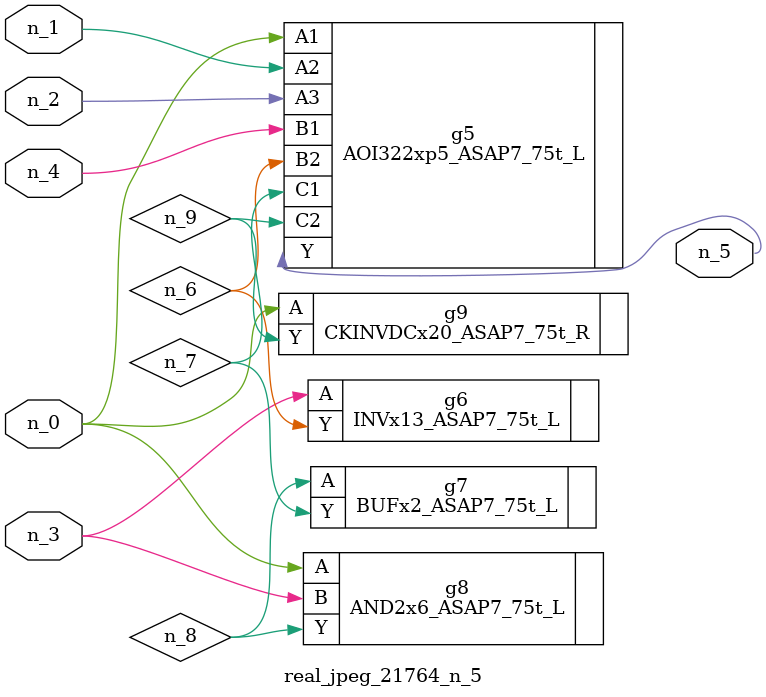
<source format=v>
module real_jpeg_21764_n_5 (n_4, n_0, n_1, n_2, n_3, n_5);

input n_4;
input n_0;
input n_1;
input n_2;
input n_3;

output n_5;

wire n_8;
wire n_6;
wire n_7;
wire n_9;

AOI322xp5_ASAP7_75t_L g5 ( 
.A1(n_0),
.A2(n_1),
.A3(n_2),
.B1(n_4),
.B2(n_6),
.C1(n_7),
.C2(n_9),
.Y(n_5)
);

AND2x6_ASAP7_75t_L g8 ( 
.A(n_0),
.B(n_3),
.Y(n_8)
);

CKINVDCx20_ASAP7_75t_R g9 ( 
.A(n_0),
.Y(n_9)
);

INVx13_ASAP7_75t_L g6 ( 
.A(n_3),
.Y(n_6)
);

BUFx2_ASAP7_75t_L g7 ( 
.A(n_8),
.Y(n_7)
);


endmodule
</source>
